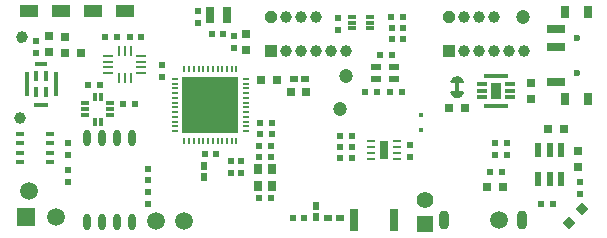
<source format=gbr>
%TF.GenerationSoftware,Altium Limited,Altium Designer,19.0.15 (446)*%
G04 Layer_Color=39423*
%FSLAX26Y26*%
%MOIN*%
%TF.FileFunction,Soldermask,Top*%
%TF.Part,Single*%
G01*
G75*
%TA.AperFunction,NonConductor*%
%ADD10C,0.008000*%
%TA.AperFunction,SMDPad,CuDef*%
%ADD12R,0.021654X0.023622*%
%ADD13R,0.023622X0.021654*%
%ADD14O,0.023622X0.055118*%
%TA.AperFunction,ConnectorPad*%
%ADD15R,0.031496X0.039370*%
%ADD16R,0.059055X0.027559*%
%TA.AperFunction,SMDPad,CuDef*%
%ADD17R,0.034449X0.009842*%
%ADD18R,0.009842X0.034449*%
%ADD19R,0.027559X0.017716*%
%ADD20C,0.059055*%
%ADD21R,0.023622X0.047244*%
%ADD22R,0.029528X0.031496*%
%ADD23R,0.023622X0.019685*%
%ADD24C,0.012008*%
%ADD25O,0.012008X0.062992*%
%ADD26R,0.035433X0.055118*%
%ADD27R,0.082677X0.013780*%
%ADD28R,0.033465X0.013780*%
%ADD29R,0.029528X0.059055*%
%ADD30R,0.027559X0.009842*%
%ADD31R,0.035433X0.023622*%
%ADD32P,0.044542X4X180.0*%
%ADD33R,0.029528X0.055118*%
%ADD34R,0.031496X0.031496*%
%ADD35C,0.039370*%
%ADD36C,0.047244*%
%ADD37R,0.059055X0.039370*%
%ADD38R,0.031496X0.029528*%
%ADD39R,0.019685X0.023622*%
%ADD40R,0.013780X0.078740*%
%ADD41R,0.047244X0.013780*%
%ADD42R,0.039370X0.013780*%
%ADD43R,0.015748X0.037402*%
%ADD44R,0.185039X0.185039*%
%ADD45O,0.025591X0.007874*%
%ADD46O,0.007874X0.025591*%
%ADD47R,0.031496X0.072835*%
%ADD48R,0.031496X0.033465*%
%ADD49R,0.025591X0.019685*%
%ADD50R,0.019685X0.025591*%
%ADD51R,0.025591X0.013780*%
%ADD52R,0.011811X0.031496*%
%ADD53R,0.031496X0.011811*%
%TA.AperFunction,ComponentPad*%
%ADD67C,0.039370*%
G04:AMPARAMS|DCode=68|XSize=39mil|YSize=39mil|CornerRadius=0mil|HoleSize=0mil|Usage=FLASHONLY|Rotation=0.000|XOffset=0mil|YOffset=0mil|HoleType=Round|Shape=Octagon|*
%AMOCTAGOND68*
4,1,8,0.019500,-0.009750,0.019500,0.009750,0.009750,0.019500,-0.009750,0.019500,-0.019500,0.009750,-0.019500,-0.009750,-0.009750,-0.019500,0.009750,-0.019500,0.019500,-0.009750,0.0*
%
%ADD68OCTAGOND68*%

%ADD69C,0.023622*%
%ADD70O,0.035433X0.062992*%
%TA.AperFunction,WasherPad*%
%ADD71C,0.015000*%
%TA.AperFunction,ComponentPad*%
%ADD72R,0.039000X0.039000*%
%ADD73C,0.059055*%
%ADD74R,0.059055X0.059055*%
%ADD75C,0.047244*%
%ADD76C,0.055118*%
%ADD77R,0.055118X0.055118*%
%TA.AperFunction,ViaPad*%
%ADD78C,0.024000*%
%ADD79C,0.019685*%
%ADD80C,0.025984*%
G36*
X1515286Y472676D02*
X1511324Y466676D01*
X1505300Y462687D01*
X1501324Y460678D01*
X1495323Y458677D01*
X1487965Y460678D01*
X1483335Y462687D01*
X1479347Y466675D01*
X1475324Y472676D01*
Y480676D01*
X1515286D01*
Y472676D01*
D02*
G37*
G36*
X1493168Y529676D02*
X1499352Y529676D01*
X1507323Y527677D01*
X1513314Y521686D01*
X1517307Y513693D01*
X1515323Y508677D01*
X1475323D01*
X1473323Y515677D01*
X1477323Y523677D01*
X1483323Y527677D01*
X1487323Y529677D01*
X1493168Y529676D01*
D02*
G37*
D10*
X1514921Y512664D02*
G03*
X1475724Y512664I-19599J-3987D01*
G01*
Y476690D02*
G03*
X1514921Y476690I19599J3987D01*
G01*
D12*
X463496Y223425D02*
D03*
Y184055D02*
D03*
X198819Y219488D02*
D03*
Y180118D02*
D03*
X1097505Y724409D02*
D03*
Y685039D02*
D03*
X1903937Y138583D02*
D03*
Y177953D02*
D03*
D13*
X1315886Y691500D02*
D03*
X1276516D02*
D03*
X1143701Y294383D02*
D03*
X1104331D02*
D03*
Y330623D02*
D03*
X1143701D02*
D03*
X1228347Y480315D02*
D03*
X1188976D02*
D03*
X1271653D02*
D03*
X1311024D02*
D03*
X1143701Y258480D02*
D03*
X1104331D02*
D03*
X1315886Y655510D02*
D03*
X1276516D02*
D03*
X1276315Y728000D02*
D03*
X1315685D02*
D03*
X1239425Y601614D02*
D03*
X1278795D02*
D03*
X1775591Y106299D02*
D03*
X1814961D02*
D03*
D14*
X260433Y46260D02*
D03*
X310433D02*
D03*
X360433D02*
D03*
X410433D02*
D03*
X260433Y323819D02*
D03*
X310433D02*
D03*
X360433D02*
D03*
X410433D02*
D03*
D15*
X1855709Y744094D02*
D03*
X1931693D02*
D03*
Y456693D02*
D03*
X1855709D02*
D03*
D16*
X1824803Y511811D02*
D03*
Y688976D02*
D03*
Y629921D02*
D03*
D17*
X332806Y540880D02*
D03*
X442018D02*
D03*
X332806Y599936D02*
D03*
Y580250D02*
D03*
Y560566D02*
D03*
X442018D02*
D03*
Y580250D02*
D03*
Y599936D02*
D03*
D18*
X407097Y615172D02*
D03*
X387412D02*
D03*
X367727D02*
D03*
X407097Y525644D02*
D03*
X367727D02*
D03*
X387412D02*
D03*
D19*
X139764Y244094D02*
D03*
Y275591D02*
D03*
Y307087D02*
D03*
Y338583D02*
D03*
X37401D02*
D03*
Y307087D02*
D03*
Y275591D02*
D03*
Y244094D02*
D03*
D20*
X1633858Y53740D02*
D03*
X492126Y49212D02*
D03*
X584646D02*
D03*
X68897Y149606D02*
D03*
D21*
X1840551Y187287D02*
D03*
X1803150D02*
D03*
X1765748D02*
D03*
Y285712D02*
D03*
X1803150D02*
D03*
X1840551D02*
D03*
D22*
X1595472Y163004D02*
D03*
X1648622D02*
D03*
X993110Y480315D02*
D03*
X939961D02*
D03*
X1522834Y425984D02*
D03*
X1469685D02*
D03*
X1851378Y356299D02*
D03*
X1798228D02*
D03*
X187008Y610200D02*
D03*
X240157D02*
D03*
X841542Y517433D02*
D03*
X894691D02*
D03*
D23*
X1645669Y212381D02*
D03*
X1606299D02*
D03*
X946850Y60000D02*
D03*
X986220D02*
D03*
X834228Y124213D02*
D03*
X873598D02*
D03*
X834228Y297433D02*
D03*
X873598D02*
D03*
X834228Y263433D02*
D03*
X873598D02*
D03*
X653228Y270433D02*
D03*
X692598D02*
D03*
X676850Y673705D02*
D03*
X716220D02*
D03*
X877543Y339378D02*
D03*
X838173D02*
D03*
X877543Y377000D02*
D03*
X838173D02*
D03*
X381301Y440039D02*
D03*
X420671D02*
D03*
X360886Y662205D02*
D03*
X321516D02*
D03*
X403543D02*
D03*
X442913D02*
D03*
X303937Y502362D02*
D03*
X264567D02*
D03*
D24*
X1495323Y520268D02*
D03*
D25*
Y494677D02*
D03*
D26*
X1625000Y483465D02*
D03*
D27*
Y433268D02*
D03*
Y533662D02*
D03*
D28*
X1671260Y505118D02*
D03*
Y483465D02*
D03*
X1578740Y505118D02*
D03*
Y483465D02*
D03*
Y461811D02*
D03*
X1671260D02*
D03*
D29*
X1250000Y285433D02*
D03*
D30*
X1206693Y314961D02*
D03*
Y295276D02*
D03*
Y275590D02*
D03*
Y255905D02*
D03*
X1293307Y314961D02*
D03*
Y295276D02*
D03*
Y275590D02*
D03*
Y255905D02*
D03*
D31*
X1225394Y523622D02*
D03*
X1284449D02*
D03*
Y561024D02*
D03*
X1225394D02*
D03*
D32*
X1867493Y42689D02*
D03*
X1912035Y87231D02*
D03*
D33*
X729409Y734433D02*
D03*
X672323D02*
D03*
D34*
X186609Y662953D02*
D03*
D35*
X45276Y661417D02*
D03*
X39370Y393701D02*
D03*
D36*
X1106110Y421000D02*
D03*
D37*
X68898Y748031D02*
D03*
X388110D02*
D03*
X281496D02*
D03*
X175197D02*
D03*
D38*
X792913Y672008D02*
D03*
Y618858D02*
D03*
X135827Y664370D02*
D03*
Y611220D02*
D03*
X1743110Y454764D02*
D03*
Y507913D02*
D03*
X1899606Y227362D02*
D03*
Y280512D02*
D03*
D39*
X751913Y625748D02*
D03*
Y665118D02*
D03*
X511913Y567118D02*
D03*
Y527748D02*
D03*
X775913Y247118D02*
D03*
Y207748D02*
D03*
X740913Y247118D02*
D03*
Y207748D02*
D03*
X631890Y709748D02*
D03*
Y749118D02*
D03*
X90551Y610249D02*
D03*
Y649619D02*
D03*
X1338189Y301575D02*
D03*
Y262205D02*
D03*
X198819Y269685D02*
D03*
Y309055D02*
D03*
X463496Y145118D02*
D03*
Y105748D02*
D03*
D40*
X60039Y503937D02*
D03*
X156496D02*
D03*
D41*
X108268Y436024D02*
D03*
D42*
Y571850D02*
D03*
D43*
X125984Y477362D02*
D03*
X90551D02*
D03*
Y530512D02*
D03*
X125984D02*
D03*
D44*
X672913Y435433D02*
D03*
D45*
X792008Y522047D02*
D03*
Y506299D02*
D03*
Y490551D02*
D03*
Y474803D02*
D03*
Y459055D02*
D03*
Y443307D02*
D03*
Y427559D02*
D03*
Y411811D02*
D03*
Y396063D02*
D03*
Y380315D02*
D03*
Y364567D02*
D03*
Y348819D02*
D03*
X553819D02*
D03*
Y364567D02*
D03*
Y380315D02*
D03*
Y396063D02*
D03*
Y411811D02*
D03*
Y427559D02*
D03*
Y443307D02*
D03*
Y459055D02*
D03*
Y474803D02*
D03*
Y490551D02*
D03*
Y506299D02*
D03*
Y522047D02*
D03*
D46*
X759527Y316339D02*
D03*
X743779D02*
D03*
X728031D02*
D03*
X712283D02*
D03*
X696535D02*
D03*
X680787D02*
D03*
X665039D02*
D03*
X649291D02*
D03*
X633543D02*
D03*
X617795D02*
D03*
X602047D02*
D03*
X586299D02*
D03*
Y554528D02*
D03*
X602047D02*
D03*
X617795D02*
D03*
X633543D02*
D03*
X649291D02*
D03*
X665039D02*
D03*
X680787D02*
D03*
X696535D02*
D03*
X712283D02*
D03*
X728031D02*
D03*
X743779D02*
D03*
X759527D02*
D03*
D47*
X1151063Y53150D02*
D03*
X1284921D02*
D03*
D48*
X831275Y221976D02*
D03*
X876551D02*
D03*
Y164890D02*
D03*
X831275D02*
D03*
D49*
X1103418Y60000D02*
D03*
X1066017D02*
D03*
X951772Y520472D02*
D03*
X989173D02*
D03*
D50*
X652913Y233134D02*
D03*
Y195732D02*
D03*
X1024724Y62598D02*
D03*
Y100000D02*
D03*
D51*
X1206449Y690551D02*
D03*
Y710236D02*
D03*
Y729921D02*
D03*
X1145425D02*
D03*
Y710236D02*
D03*
Y690551D02*
D03*
D52*
X307087Y462598D02*
D03*
X287402D02*
D03*
Y379921D02*
D03*
X307087D02*
D03*
D53*
X255905Y440945D02*
D03*
Y421260D02*
D03*
Y401575D02*
D03*
X338583D02*
D03*
Y421260D02*
D03*
Y440945D02*
D03*
D67*
X1616535Y729921D02*
D03*
X1566535D02*
D03*
X1516535D02*
D03*
X925984D02*
D03*
X975984D02*
D03*
X1025984D02*
D03*
X925984Y614173D02*
D03*
X975984D02*
D03*
X1025984D02*
D03*
X1075984D02*
D03*
X1125984D02*
D03*
X1716535D02*
D03*
X1666535D02*
D03*
X1616535D02*
D03*
X1566535D02*
D03*
X1516535D02*
D03*
D68*
X1466535Y729921D02*
D03*
X875984D02*
D03*
D69*
X1893701Y659449D02*
D03*
Y541338D02*
D03*
D70*
X1712599Y53740D02*
D03*
X1452756D02*
D03*
D71*
X1373740Y403150D02*
D03*
X1373731Y351969D02*
D03*
D72*
X875984Y614173D02*
D03*
X1466535D02*
D03*
D73*
X158268Y62381D02*
D03*
D74*
X58268D02*
D03*
D75*
X1126378Y530707D02*
D03*
X1716142Y729921D02*
D03*
D76*
X1386614Y118110D02*
D03*
D77*
Y38583D02*
D03*
D78*
X1661417Y307087D02*
D03*
Y267717D02*
D03*
X1622047Y307087D02*
D03*
Y267716D02*
D03*
X1625000Y497087D02*
D03*
X1250000Y302165D02*
D03*
Y268701D02*
D03*
D79*
X282427Y752989D02*
D03*
X38386Y650748D02*
D03*
D80*
X602047Y364567D02*
D03*
Y411811D02*
D03*
Y459055D02*
D03*
Y506299D02*
D03*
X649291Y364567D02*
D03*
Y411811D02*
D03*
Y459055D02*
D03*
Y506299D02*
D03*
X696535Y364567D02*
D03*
Y411811D02*
D03*
Y459055D02*
D03*
Y506299D02*
D03*
X743779Y364567D02*
D03*
Y411811D02*
D03*
Y459055D02*
D03*
Y506299D02*
D03*
%TF.MD5,57bb295462f32a516be9eea7bc50cce3*%
M02*

</source>
